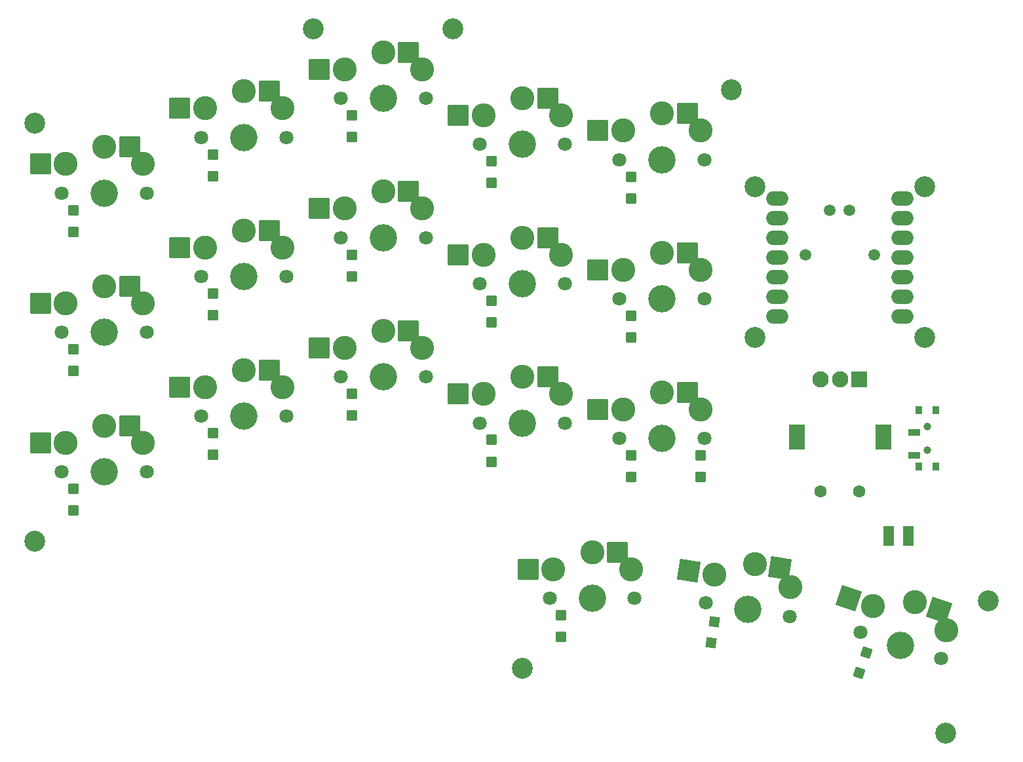
<source format=gbr>
%TF.GenerationSoftware,KiCad,Pcbnew,9.0.4*%
%TF.CreationDate,2025-09-04T10:39:47+02:00*%
%TF.ProjectId,avocado_v3,61766f63-6164-46f5-9f76-332e6b696361,0.0.3*%
%TF.SameCoordinates,Original*%
%TF.FileFunction,Soldermask,Top*%
%TF.FilePolarity,Negative*%
%FSLAX46Y46*%
G04 Gerber Fmt 4.6, Leading zero omitted, Abs format (unit mm)*
G04 Created by KiCad (PCBNEW 9.0.4) date 2025-09-04 10:39:47*
%MOMM*%
%LPD*%
G01*
G04 APERTURE LIST*
G04 Aperture macros list*
%AMRoundRect*
0 Rectangle with rounded corners*
0 $1 Rounding radius*
0 $2 $3 $4 $5 $6 $7 $8 $9 X,Y pos of 4 corners*
0 Add a 4 corners polygon primitive as box body*
4,1,4,$2,$3,$4,$5,$6,$7,$8,$9,$2,$3,0*
0 Add four circle primitives for the rounded corners*
1,1,$1+$1,$2,$3*
1,1,$1+$1,$4,$5*
1,1,$1+$1,$6,$7*
1,1,$1+$1,$8,$9*
0 Add four rect primitives between the rounded corners*
20,1,$1+$1,$2,$3,$4,$5,0*
20,1,$1+$1,$4,$5,$6,$7,0*
20,1,$1+$1,$6,$7,$8,$9,0*
20,1,$1+$1,$8,$9,$2,$3,0*%
G04 Aperture macros list end*
%ADD10C,1.497000*%
%ADD11O,2.850000X1.900000*%
%ADD12C,1.801800*%
%ADD13C,3.100000*%
%ADD14C,3.529000*%
%ADD15RoundRect,0.050000X-1.300000X-1.300000X1.300000X-1.300000X1.300000X1.300000X-1.300000X1.300000X0*%
%ADD16RoundRect,0.050000X0.600000X-0.600000X0.600000X0.600000X-0.600000X0.600000X-0.600000X-0.600000X0*%
%ADD17RoundRect,0.050000X0.385224X-0.756044X0.756044X0.385224X-0.385224X0.756044X-0.756044X-0.385224X0*%
%ADD18C,2.700000*%
%ADD19RoundRect,0.050000X-1.487360X-1.080630X1.080630X-1.487360X1.487360X1.080630X-1.080630X1.487360X0*%
%ADD20RoundRect,0.050000X-1.638096X-0.834651X0.834651X-1.638096X1.638096X0.834651X-0.834651X1.638096X0*%
%ADD21R,2.000000X3.200000*%
%ADD22C,1.600000*%
%ADD23RoundRect,0.050000X-1.000000X1.000000X-1.000000X-1.000000X1.000000X-1.000000X1.000000X1.000000X0*%
%ADD24C,2.100000*%
%ADD25RoundRect,0.050000X-0.625000X-1.250000X0.625000X-1.250000X0.625000X1.250000X-0.625000X1.250000X0*%
%ADD26RoundRect,0.050000X-0.600000X0.600000X-0.600000X-0.600000X0.600000X-0.600000X0.600000X0.600000X0*%
%ADD27RoundRect,0.050000X0.498752X-0.686474X0.686474X0.498752X-0.498752X0.686474X-0.686474X-0.498752X0*%
%ADD28RoundRect,0.050000X0.400000X-0.500000X0.400000X0.500000X-0.400000X0.500000X-0.400000X-0.500000X0*%
%ADD29C,1.000000*%
%ADD30RoundRect,0.050000X0.750000X-0.350000X0.750000X0.350000X-0.750000X0.350000X-0.750000X-0.350000X0*%
G04 APERTURE END LIST*
D10*
%TO.C,MCU1*%
X126320000Y-46053000D03*
X117430000Y-46053000D03*
X123145000Y-40338000D03*
X120605000Y-40338000D03*
D11*
X129969960Y-38750000D03*
X129969960Y-41290000D03*
X129969960Y-43830000D03*
X129969960Y-46370000D03*
X129969960Y-48910000D03*
X129969960Y-51450000D03*
X129969960Y-53990000D03*
X113780040Y-53990000D03*
X113780040Y-51450000D03*
X113780040Y-48910000D03*
X113780040Y-46370000D03*
X113780040Y-43830000D03*
X113780040Y-41290000D03*
X113780040Y-38750000D03*
%TD*%
D12*
%TO.C,S9*%
X57375000Y-25850000D03*
D13*
X57875000Y-22100000D03*
X62875000Y-19900000D03*
X62875000Y-19900000D03*
D14*
X62875000Y-25850000D03*
D13*
X67875000Y-22100000D03*
D12*
X68375000Y-25850000D03*
D15*
X66150000Y-19900000D03*
X54600000Y-22100000D03*
%TD*%
D16*
%TO.C,D9*%
X58875000Y-30850000D03*
X58875000Y-28050000D03*
%TD*%
D12*
%TO.C,S5*%
X39375000Y-48890000D03*
D13*
X39875000Y-45140000D03*
X44875000Y-42940000D03*
X44875000Y-42940000D03*
D14*
X44875000Y-48890000D03*
D13*
X49875000Y-45140000D03*
D12*
X50375000Y-48890000D03*
D15*
X48150000Y-42940000D03*
X36600000Y-45140000D03*
%TD*%
D17*
%TO.C,D18*%
X124399909Y-100087816D03*
X125265157Y-97424858D03*
%TD*%
D16*
%TO.C,D4*%
X40875000Y-71890000D03*
X40875000Y-69090000D03*
%TD*%
D18*
%TO.C,H4*%
X17875000Y-83090000D03*
%TD*%
D12*
%TO.C,S16*%
X84375000Y-90470000D03*
D13*
X84875000Y-86720000D03*
X89875000Y-84520000D03*
X89875000Y-84520000D03*
D14*
X89875000Y-90470000D03*
D13*
X94875000Y-86720000D03*
D12*
X95375000Y-90470000D03*
D15*
X93150000Y-84520000D03*
X81600000Y-86720000D03*
%TD*%
D16*
%TO.C,D12*%
X76875000Y-36790000D03*
X76875000Y-33990000D03*
%TD*%
D12*
%TO.C,S17*%
X104554282Y-91050762D03*
D13*
X105634756Y-87425148D03*
X110917353Y-86034406D03*
X110917353Y-86034406D03*
D14*
X109986568Y-91911152D03*
D13*
X115511639Y-88989493D03*
D12*
X115418854Y-92771542D03*
D19*
X114152032Y-86546729D03*
X102400076Y-86912827D03*
%TD*%
D16*
%TO.C,D14*%
X94875000Y-56770000D03*
X94875000Y-53970000D03*
%TD*%
D12*
%TO.C,S18*%
X124518410Y-94869008D03*
D13*
X126152752Y-91457054D03*
X131587872Y-90909815D03*
X131587872Y-90909815D03*
D14*
X129749221Y-96568601D03*
D13*
X135663317Y-94547224D03*
D12*
X134980032Y-98268194D03*
D20*
X134702582Y-91921845D03*
X123038042Y-90445023D03*
%TD*%
D12*
%TO.C,S11*%
X75375000Y-49790000D03*
D13*
X75875000Y-46040000D03*
X80875000Y-43840000D03*
X80875000Y-43840000D03*
D14*
X80875000Y-49790000D03*
D13*
X85875000Y-46040000D03*
D12*
X86375000Y-49790000D03*
D15*
X84150000Y-43840000D03*
X72600000Y-46040000D03*
%TD*%
D16*
%TO.C,D13*%
X94875000Y-74770000D03*
X94875000Y-71970000D03*
%TD*%
D18*
%TO.C,H5*%
X107875000Y-24770000D03*
%TD*%
D16*
%TO.C,D7*%
X58875000Y-66850000D03*
X58875000Y-64050000D03*
%TD*%
D12*
%TO.C,S10*%
X75375000Y-67790000D03*
D13*
X75875000Y-64040000D03*
X80875000Y-61840000D03*
X80875000Y-61840000D03*
D14*
X80875000Y-67790000D03*
D13*
X85875000Y-64040000D03*
D12*
X86375000Y-67790000D03*
D15*
X84150000Y-61840000D03*
X72600000Y-64040000D03*
%TD*%
D12*
%TO.C,S4*%
X39375000Y-66890000D03*
D13*
X39875000Y-63140000D03*
X44875000Y-60940000D03*
X44875000Y-60940000D03*
D14*
X44875000Y-66890000D03*
D13*
X49875000Y-63140000D03*
D12*
X50375000Y-66890000D03*
D15*
X48150000Y-60940000D03*
X36600000Y-63140000D03*
%TD*%
D16*
%TO.C,D8*%
X58875000Y-48850000D03*
X58875000Y-46050000D03*
%TD*%
%TO.C,D5*%
X40875000Y-53890000D03*
X40875000Y-51090000D03*
%TD*%
%TO.C,D16*%
X85875000Y-95470000D03*
X85875000Y-92670000D03*
%TD*%
D18*
%TO.C,H1*%
X17875000Y-29090000D03*
%TD*%
D21*
%TO.C,_1*%
X127515000Y-69650000D03*
X116315000Y-69650000D03*
D22*
X124415000Y-76650000D03*
X119415000Y-76650000D03*
D23*
X124415000Y-62150000D03*
D24*
X119415000Y-62150000D03*
X121915000Y-62150000D03*
%TD*%
D12*
%TO.C,S8*%
X57375000Y-43850000D03*
D13*
X57875000Y-40100000D03*
X62875000Y-37900000D03*
X62875000Y-37900000D03*
D14*
X62875000Y-43850000D03*
D13*
X67875000Y-40100000D03*
D12*
X68375000Y-43850000D03*
D15*
X66150000Y-37900000D03*
X54600000Y-40100000D03*
%TD*%
D12*
%TO.C,S1*%
X21375000Y-74090000D03*
D13*
X21875000Y-70340000D03*
X26875000Y-68140000D03*
X26875000Y-68140000D03*
D14*
X26875000Y-74090000D03*
D13*
X31875000Y-70340000D03*
D12*
X32375000Y-74090000D03*
D15*
X30150000Y-68140000D03*
X18600000Y-70340000D03*
%TD*%
D18*
%TO.C,H2*%
X53875000Y-16850000D03*
%TD*%
D25*
%TO.C,PAD1*%
X128225000Y-82370000D03*
X130725000Y-82370000D03*
%TD*%
D18*
%TO.C,H10*%
X110875000Y-37270000D03*
%TD*%
D26*
%TO.C,D19*%
X103875000Y-71970000D03*
X103875000Y-74770000D03*
%TD*%
D16*
%TO.C,D11*%
X76875000Y-54790000D03*
X76875000Y-51990000D03*
%TD*%
D18*
%TO.C,H12*%
X135527576Y-107909263D03*
%TD*%
D12*
%TO.C,S3*%
X21375000Y-38090000D03*
D13*
X21875000Y-34340000D03*
X26875000Y-32140000D03*
X26875000Y-32140000D03*
D14*
X26875000Y-38090000D03*
D13*
X31875000Y-34340000D03*
D12*
X32375000Y-38090000D03*
D15*
X30150000Y-32140000D03*
X18600000Y-34340000D03*
%TD*%
D27*
%TO.C,D17*%
X105253643Y-96223856D03*
X105691659Y-93458328D03*
%TD*%
D16*
%TO.C,D1*%
X22875000Y-79090000D03*
X22875000Y-76290000D03*
%TD*%
D18*
%TO.C,H9*%
X132875000Y-37270000D03*
%TD*%
D16*
%TO.C,D15*%
X94875000Y-38770000D03*
X94875000Y-35970000D03*
%TD*%
D18*
%TO.C,H3*%
X71875000Y-16850000D03*
%TD*%
%TO.C,H11*%
X141089882Y-90790246D03*
%TD*%
D16*
%TO.C,D10*%
X76875000Y-72790000D03*
X76875000Y-69990000D03*
%TD*%
%TO.C,D6*%
X40875000Y-35890000D03*
X40875000Y-33090000D03*
%TD*%
D12*
%TO.C,S12*%
X75375000Y-31790000D03*
D13*
X75875000Y-28040000D03*
X80875000Y-25840000D03*
X80875000Y-25840000D03*
D14*
X80875000Y-31790000D03*
D13*
X85875000Y-28040000D03*
D12*
X86375000Y-31790000D03*
D15*
X84150000Y-25840000D03*
X72600000Y-28040000D03*
%TD*%
D16*
%TO.C,D3*%
X22875000Y-43090000D03*
X22875000Y-40290000D03*
%TD*%
D12*
%TO.C,S13*%
X93375000Y-69770000D03*
D13*
X93875000Y-66020000D03*
X98875000Y-63820000D03*
X98875000Y-63820000D03*
D14*
X98875000Y-69770000D03*
D13*
X103875000Y-66020000D03*
D12*
X104375000Y-69770000D03*
D15*
X102150000Y-63820000D03*
X90600000Y-66020000D03*
%TD*%
D12*
%TO.C,S15*%
X93375000Y-33770000D03*
D13*
X93875000Y-30020000D03*
X98875000Y-27820000D03*
X98875000Y-27820000D03*
D14*
X98875000Y-33770000D03*
D13*
X103875000Y-30020000D03*
D12*
X104375000Y-33770000D03*
D15*
X102150000Y-27820000D03*
X90600000Y-30020000D03*
%TD*%
D18*
%TO.C,H8*%
X110875000Y-56770000D03*
%TD*%
D12*
%TO.C,S7*%
X57375000Y-61850000D03*
D13*
X57875000Y-58100000D03*
X62875000Y-55900000D03*
X62875000Y-55900000D03*
D14*
X62875000Y-61850000D03*
D13*
X67875000Y-58100000D03*
D12*
X68375000Y-61850000D03*
D15*
X66150000Y-55900000D03*
X54600000Y-58100000D03*
%TD*%
D12*
%TO.C,S6*%
X39375000Y-30890000D03*
D13*
X39875000Y-27140000D03*
X44875000Y-24940000D03*
X44875000Y-24940000D03*
D14*
X44875000Y-30890000D03*
D13*
X49875000Y-27140000D03*
D12*
X50375000Y-30890000D03*
D15*
X48150000Y-24940000D03*
X36600000Y-27140000D03*
%TD*%
D12*
%TO.C,S2*%
X21375000Y-56090000D03*
D13*
X21875000Y-52340000D03*
X26875000Y-50140000D03*
X26875000Y-50140000D03*
D14*
X26875000Y-56090000D03*
D13*
X31875000Y-52340000D03*
D12*
X32375000Y-56090000D03*
D15*
X30150000Y-50140000D03*
X18600000Y-52340000D03*
%TD*%
D12*
%TO.C,S14*%
X93375000Y-51770000D03*
D13*
X93875000Y-48020000D03*
X98875000Y-45820000D03*
X98875000Y-45820000D03*
D14*
X98875000Y-51770000D03*
D13*
X103875000Y-48020000D03*
D12*
X104375000Y-51770000D03*
D15*
X102150000Y-45820000D03*
X90600000Y-48020000D03*
%TD*%
D18*
%TO.C,H7*%
X132875000Y-56770000D03*
%TD*%
%TO.C,H6*%
X80875000Y-99470000D03*
%TD*%
D28*
%TO.C,T1*%
X132095000Y-73420000D03*
X134305000Y-73420000D03*
D29*
X133205000Y-71270000D03*
X133205000Y-71270000D03*
X133205000Y-68270000D03*
X133205000Y-68270000D03*
D28*
X132095000Y-66120000D03*
X134305000Y-66120000D03*
D30*
X131445000Y-72020000D03*
X131445000Y-69020000D03*
%TD*%
D16*
%TO.C,D2*%
X22875000Y-61090000D03*
X22875000Y-58290000D03*
%TD*%
M02*

</source>
